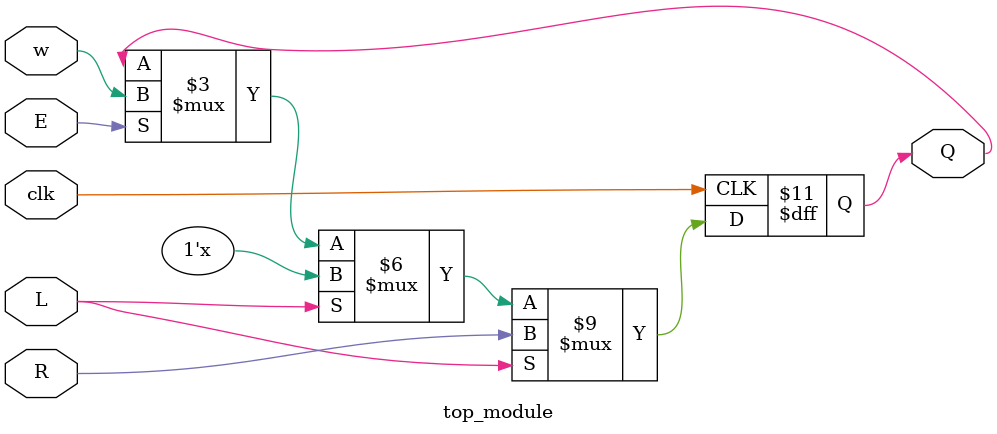
<source format=v>
module top_module (
    input clk,
    input w, R, E, L,
    output Q
);
    
    always @ (posedge clk) begin
        if(L)
            Q = R;
        else if(E)
            Q = w;
        else
            Q = Q;
    end

endmodule

</source>
